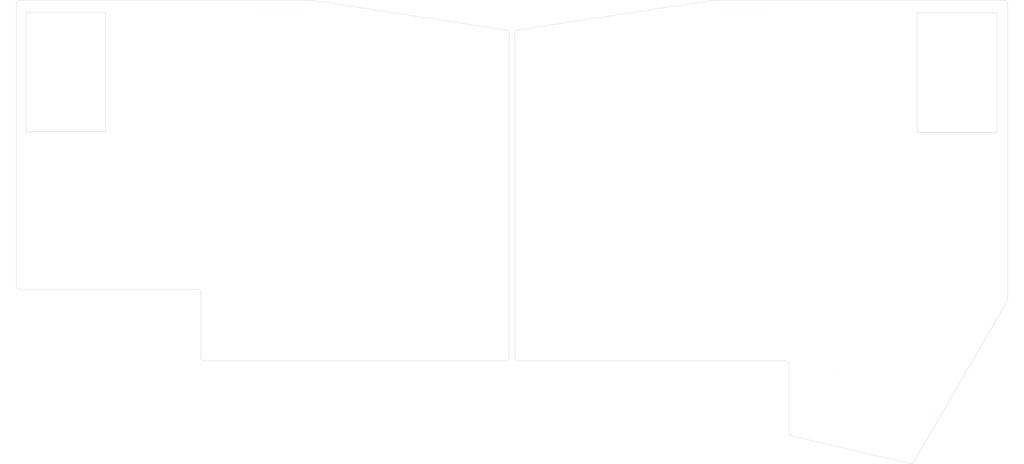
<source format=kicad_pcb>
(kicad_pcb (version 20171130) (host pcbnew "(5.1.6)-1")

  (general
    (thickness 1.6)
    (drawings 38)
    (tracks 0)
    (zones 0)
    (modules 78)
    (nets 1)
  )

  (page A3)
  (layers
    (0 F.Cu signal)
    (31 B.Cu signal)
    (32 B.Adhes user)
    (33 F.Adhes user)
    (34 B.Paste user)
    (35 F.Paste user)
    (36 B.SilkS user)
    (37 F.SilkS user)
    (38 B.Mask user)
    (39 F.Mask user)
    (40 Dwgs.User user)
    (41 Cmts.User user)
    (42 Eco1.User user)
    (43 Eco2.User user)
    (44 Edge.Cuts user)
    (45 Margin user)
    (46 B.CrtYd user)
    (47 F.CrtYd user)
    (48 B.Fab user)
    (49 F.Fab user)
  )

  (setup
    (last_trace_width 0.25)
    (user_trace_width 1)
    (user_trace_width 1.7526)
    (trace_clearance 0.2)
    (zone_clearance 0.508)
    (zone_45_only no)
    (trace_min 0.2)
    (via_size 0.7)
    (via_drill 0.35)
    (via_min_size 0.4)
    (via_min_drill 0.3)
    (uvia_size 0.3)
    (uvia_drill 0.1)
    (uvias_allowed no)
    (uvia_min_size 0.2)
    (uvia_min_drill 0.1)
    (edge_width 0.1)
    (segment_width 0.2)
    (pcb_text_width 0.3)
    (pcb_text_size 1.5 1.5)
    (mod_edge_width 0.12)
    (mod_text_size 1 1)
    (mod_text_width 0.15)
    (pad_size 2.4 2.4)
    (pad_drill 1.5)
    (pad_to_mask_clearance 0.051)
    (solder_mask_min_width 0.25)
    (aux_axis_origin 0 0)
    (grid_origin 214.3125 60.325)
    (visible_elements 7FFFFFFF)
    (pcbplotparams
      (layerselection 0x3ffff_ffffffff)
      (usegerberextensions false)
      (usegerberattributes false)
      (usegerberadvancedattributes false)
      (creategerberjobfile false)
      (excludeedgelayer true)
      (linewidth 0.100000)
      (plotframeref false)
      (viasonmask false)
      (mode 1)
      (useauxorigin false)
      (hpglpennumber 1)
      (hpglpenspeed 20)
      (hpglpendiameter 15.000000)
      (psnegative false)
      (psa4output false)
      (plotreference true)
      (plotvalue true)
      (plotinvisibletext false)
      (padsonsilk false)
      (subtractmaskfromsilk false)
      (outputformat 3)
      (mirror false)
      (drillshape 0)
      (scaleselection 1)
      (outputdirectory "GaliaV1.0-DXF/"))
  )

  (net 0 "")

  (net_class Default "This is the default net class."
    (clearance 0.2)
    (trace_width 0.25)
    (via_dia 0.7)
    (via_drill 0.35)
    (uvia_dia 0.3)
    (uvia_drill 0.1)
  )

  (net_class Battery ""
    (clearance 0.2)
    (trace_width 1)
    (via_dia 0.7)
    (via_drill 0.35)
    (uvia_dia 0.3)
    (uvia_drill 0.1)
  )

  (net_class Power ""
    (clearance 0.2)
    (trace_width 0.5)
    (via_dia 0.7)
    (via_drill 0.35)
    (uvia_dia 0.3)
    (uvia_drill 0.1)
  )

  (module MountingHole:MountingHole_2.2mm_M2 (layer F.Cu) (tedit 56D1B4CB) (tstamp 5F7A888D)
    (at 315.5325 72.487549)
    (descr "Mounting Hole 2.2mm, no annular, M2")
    (tags "mounting hole 2.2mm no annular m2")
    (attr virtual)
    (fp_text reference REF** (at 0 -3.2) (layer F.SilkS) hide
      (effects (font (size 1 1) (thickness 0.15)))
    )
    (fp_text value MountingHole_2.2mm_M2 (at 0 3.2) (layer F.Fab)
      (effects (font (size 1 1) (thickness 0.15)))
    )
    (fp_circle (center 0 0) (end 2.2 0) (layer Cmts.User) (width 0.15))
    (fp_circle (center 0 0) (end 2.45 0) (layer F.CrtYd) (width 0.05))
    (fp_text user %R (at 0.3 0) (layer F.Fab)
      (effects (font (size 1 1) (thickness 0.15)))
    )
    (pad 1 np_thru_hole circle (at 0 0) (size 2.2 2.2) (drill 2.2) (layers *.Cu *.Mask))
  )

  (module MountingHole:MountingHole_2.2mm_M2 (layer F.Cu) (tedit 56D1B4CB) (tstamp 5F7A8886)
    (at 331.5375 72.487549)
    (descr "Mounting Hole 2.2mm, no annular, M2")
    (tags "mounting hole 2.2mm no annular m2")
    (attr virtual)
    (fp_text reference REF** (at 0 -3.2) (layer F.SilkS) hide
      (effects (font (size 1 1) (thickness 0.15)))
    )
    (fp_text value MountingHole_2.2mm_M2 (at 0 3.2) (layer F.Fab)
      (effects (font (size 1 1) (thickness 0.15)))
    )
    (fp_circle (center 0 0) (end 2.2 0) (layer Cmts.User) (width 0.15))
    (fp_circle (center 0 0) (end 2.45 0) (layer F.CrtYd) (width 0.05))
    (fp_text user %R (at 0.3 0) (layer F.Fab)
      (effects (font (size 1 1) (thickness 0.15)))
    )
    (pad 1 np_thru_hole circle (at 0 0) (size 2.2 2.2) (drill 2.2) (layers *.Cu *.Mask))
  )

  (module MountingHole:MountingHole_2.2mm_M2 (layer F.Cu) (tedit 56D1B4CB) (tstamp 5F7A5B07)
    (at 331.5375 72.487549)
    (descr "Mounting Hole 2.2mm, no annular, M2")
    (tags "mounting hole 2.2mm no annular m2")
    (attr virtual)
    (fp_text reference REF** (at 0 -3.2) (layer F.SilkS) hide
      (effects (font (size 1 1) (thickness 0.15)))
    )
    (fp_text value MountingHole_2.2mm_M2 (at 0 3.2) (layer F.Fab)
      (effects (font (size 1 1) (thickness 0.15)))
    )
    (fp_circle (center 0 0) (end 2.2 0) (layer Cmts.User) (width 0.15))
    (fp_circle (center 0 0) (end 2.45 0) (layer F.CrtYd) (width 0.05))
    (fp_text user %R (at 0.3 0) (layer F.Fab)
      (effects (font (size 1 1) (thickness 0.15)))
    )
    (pad 1 np_thru_hole circle (at 0 0) (size 2.2 2.2) (drill 2.2) (layers *.Cu *.Mask))
  )

  (module MountingHole:MountingHole_2.2mm_M2 (layer F.Cu) (tedit 56D1B4CB) (tstamp 5F7A5B07)
    (at 315.5325 72.487549)
    (descr "Mounting Hole 2.2mm, no annular, M2")
    (tags "mounting hole 2.2mm no annular m2")
    (attr virtual)
    (fp_text reference REF** (at 0 -3.2) (layer F.SilkS) hide
      (effects (font (size 1 1) (thickness 0.15)))
    )
    (fp_text value MountingHole_2.2mm_M2 (at 0 3.2) (layer F.Fab)
      (effects (font (size 1 1) (thickness 0.15)))
    )
    (fp_circle (center 0 0) (end 2.2 0) (layer Cmts.User) (width 0.15))
    (fp_circle (center 0 0) (end 2.45 0) (layer F.CrtYd) (width 0.05))
    (fp_text user %R (at 0.3 0) (layer F.Fab)
      (effects (font (size 1 1) (thickness 0.15)))
    )
    (pad 1 np_thru_hole circle (at 0 0) (size 2.2 2.2) (drill 2.2) (layers *.Cu *.Mask))
  )

  (module MountingHole:MountingHole_2.2mm_M2 (layer F.Cu) (tedit 56D1B4CB) (tstamp 5F79E9EA)
    (at 56.356248 103.1875 180)
    (descr "Mounting Hole 2.2mm, no annular, M2")
    (tags "mounting hole 2.2mm no annular m2")
    (attr virtual)
    (fp_text reference REF** (at 0 -3.2) (layer F.SilkS) hide
      (effects (font (size 1 1) (thickness 0.15)))
    )
    (fp_text value MountingHole_2.2mm_M2 (at 0 3.2) (layer F.Fab)
      (effects (font (size 1 1) (thickness 0.15)))
    )
    (fp_text user %R (at 0.3 0) (layer F.Fab)
      (effects (font (size 1 1) (thickness 0.15)))
    )
    (fp_circle (center 0 0) (end 2.2 0) (layer Cmts.User) (width 0.15))
    (fp_circle (center 0 0) (end 2.45 0) (layer F.CrtYd) (width 0.05))
    (pad 1 np_thru_hole circle (at 0 0 180) (size 2.2 2.2) (drill 2.2) (layers *.Cu *.Mask))
  )

  (module MountingHole:MountingHole_2.2mm_M2 (layer F.Cu) (tedit 56D1B4CB) (tstamp 5F79E978)
    (at 117.475 112.7125)
    (descr "Mounting Hole 2.2mm, no annular, M2")
    (tags "mounting hole 2.2mm no annular m2")
    (attr virtual)
    (fp_text reference REF** (at 0 -3.2) (layer F.SilkS) hide
      (effects (font (size 1 1) (thickness 0.15)))
    )
    (fp_text value MountingHole_2.2mm_M2 (at 0 3.2) (layer F.Fab)
      (effects (font (size 1 1) (thickness 0.15)))
    )
    (fp_text user %R (at 0.3 0) (layer F.Fab)
      (effects (font (size 1 1) (thickness 0.15)))
    )
    (fp_circle (center 0 0) (end 2.2 0) (layer Cmts.User) (width 0.15))
    (fp_circle (center 0 0) (end 2.45 0) (layer F.CrtYd) (width 0.05))
    (pad 1 np_thru_hole circle (at 0 0) (size 2.2 2.2) (drill 2.2) (layers *.Cu *.Mask))
  )

  (module MountingHole:MountingHole_2.2mm_M2 (layer F.Cu) (tedit 56D1B4CB) (tstamp 5F79E978)
    (at 98.425 57.15)
    (descr "Mounting Hole 2.2mm, no annular, M2")
    (tags "mounting hole 2.2mm no annular m2")
    (attr virtual)
    (fp_text reference REF** (at 0 -3.2) (layer F.SilkS) hide
      (effects (font (size 1 1) (thickness 0.15)))
    )
    (fp_text value MountingHole_2.2mm_M2 (at 0 3.2) (layer F.Fab)
      (effects (font (size 1 1) (thickness 0.15)))
    )
    (fp_text user %R (at 0.3 0) (layer F.Fab)
      (effects (font (size 1 1) (thickness 0.15)))
    )
    (fp_circle (center 0 0) (end 2.2 0) (layer Cmts.User) (width 0.15))
    (fp_circle (center 0 0) (end 2.45 0) (layer F.CrtYd) (width 0.05))
    (pad 1 np_thru_hole circle (at 0 0) (size 2.2 2.2) (drill 2.2) (layers *.Cu *.Mask))
  )

  (module MountingHole:MountingHole_2.2mm_M2 (layer F.Cu) (tedit 56D1B4CB) (tstamp 5F79E978)
    (at 174.625 117.475)
    (descr "Mounting Hole 2.2mm, no annular, M2")
    (tags "mounting hole 2.2mm no annular m2")
    (attr virtual)
    (fp_text reference REF** (at 0 -3.2) (layer F.SilkS) hide
      (effects (font (size 1 1) (thickness 0.15)))
    )
    (fp_text value MountingHole_2.2mm_M2 (at 0 3.2) (layer F.Fab)
      (effects (font (size 1 1) (thickness 0.15)))
    )
    (fp_text user %R (at 0.3 0) (layer F.Fab)
      (effects (font (size 1 1) (thickness 0.15)))
    )
    (fp_circle (center 0 0) (end 2.2 0) (layer Cmts.User) (width 0.15))
    (fp_circle (center 0 0) (end 2.45 0) (layer F.CrtYd) (width 0.05))
    (pad 1 np_thru_hole circle (at 0 0) (size 2.2 2.2) (drill 2.2) (layers *.Cu *.Mask))
  )

  (module MountingHole:MountingHole_2.2mm_M2 (layer F.Cu) (tedit 56D1B4CB) (tstamp 5F79E978)
    (at 174.625 60.325)
    (descr "Mounting Hole 2.2mm, no annular, M2")
    (tags "mounting hole 2.2mm no annular m2")
    (attr virtual)
    (fp_text reference REF** (at 0 -3.2) (layer F.SilkS) hide
      (effects (font (size 1 1) (thickness 0.15)))
    )
    (fp_text value MountingHole_2.2mm_M2 (at 0 3.2) (layer F.Fab)
      (effects (font (size 1 1) (thickness 0.15)))
    )
    (fp_text user %R (at 0.3 0) (layer F.Fab)
      (effects (font (size 1 1) (thickness 0.15)))
    )
    (fp_circle (center 0 0) (end 2.2 0) (layer Cmts.User) (width 0.15))
    (fp_circle (center 0 0) (end 2.45 0) (layer F.CrtYd) (width 0.05))
    (pad 1 np_thru_hole circle (at 0 0) (size 2.2 2.2) (drill 2.2) (layers *.Cu *.Mask))
  )

  (module MountingHole:MountingHole_2.2mm_M2 (layer F.Cu) (tedit 56D1B4CB) (tstamp 5F883686)
    (at 57.081297 72.328799)
    (descr "Mounting Hole 2.2mm, no annular, M2")
    (tags "mounting hole 2.2mm no annular m2")
    (attr virtual)
    (fp_text reference REF** (at 0 -3.2) (layer F.SilkS) hide
      (effects (font (size 1 1) (thickness 0.15)))
    )
    (fp_text value MountingHole_2.2mm_M2 (at 0 3.2) (layer F.Fab)
      (effects (font (size 1 1) (thickness 0.15)))
    )
    (fp_text user %R (at 0.3 0) (layer F.Fab)
      (effects (font (size 1 1) (thickness 0.15)))
    )
    (fp_circle (center 0 0) (end 2.2 0) (layer Cmts.User) (width 0.15))
    (fp_circle (center 0 0) (end 2.45 0) (layer F.CrtYd) (width 0.05))
    (pad 1 np_thru_hole circle (at 0 0) (size 2.2 2.2) (drill 2.2) (layers *.Cu *.Mask))
  )

  (module MountingHole:MountingHole_2.2mm_M2 (layer F.Cu) (tedit 56D1B4CB) (tstamp 5F88367F)
    (at 73.081297 72.328799)
    (descr "Mounting Hole 2.2mm, no annular, M2")
    (tags "mounting hole 2.2mm no annular m2")
    (attr virtual)
    (fp_text reference REF** (at 0 -3.2) (layer F.SilkS) hide
      (effects (font (size 1 1) (thickness 0.15)))
    )
    (fp_text value MountingHole_2.2mm_M2 (at 0 3.2) (layer F.Fab)
      (effects (font (size 1 1) (thickness 0.15)))
    )
    (fp_text user %R (at 0.3 0) (layer F.Fab)
      (effects (font (size 1 1) (thickness 0.15)))
    )
    (fp_circle (center 0 0) (end 2.2 0) (layer Cmts.User) (width 0.15))
    (fp_circle (center 0 0) (end 2.45 0) (layer F.CrtYd) (width 0.05))
    (pad 1 np_thru_hole circle (at 0 0) (size 2.2 2.2) (drill 2.2) (layers *.Cu *.Mask))
  )

  (module MountingHole:MountingHole_2.2mm_M2 (layer F.Cu) (tedit 56D1B4CB) (tstamp 5F79E978)
    (at 332.58125 103.1875)
    (descr "Mounting Hole 2.2mm, no annular, M2")
    (tags "mounting hole 2.2mm no annular m2")
    (attr virtual)
    (fp_text reference REF** (at 0 -3.2) (layer F.SilkS) hide
      (effects (font (size 1 1) (thickness 0.15)))
    )
    (fp_text value MountingHole_2.2mm_M2 (at 0 3.2) (layer F.Fab)
      (effects (font (size 1 1) (thickness 0.15)))
    )
    (fp_text user %R (at 0.3 0) (layer F.Fab)
      (effects (font (size 1 1) (thickness 0.15)))
    )
    (fp_circle (center 0 0) (end 2.2 0) (layer Cmts.User) (width 0.15))
    (fp_circle (center 0 0) (end 2.45 0) (layer F.CrtYd) (width 0.05))
    (pad 1 np_thru_hole circle (at 0 0) (size 2.2 2.2) (drill 2.2) (layers *.Cu *.Mask))
  )

  (module MountingHole:MountingHole_2.2mm_M2 (layer F.Cu) (tedit 56D1B4CB) (tstamp 5F79E978)
    (at 302.41875 140.49375)
    (descr "Mounting Hole 2.2mm, no annular, M2")
    (tags "mounting hole 2.2mm no annular m2")
    (attr virtual)
    (fp_text reference REF** (at 0 -3.2) (layer F.SilkS) hide
      (effects (font (size 1 1) (thickness 0.15)))
    )
    (fp_text value MountingHole_2.2mm_M2 (at 0 3.2) (layer F.Fab)
      (effects (font (size 1 1) (thickness 0.15)))
    )
    (fp_text user %R (at 0.3 0) (layer F.Fab)
      (effects (font (size 1 1) (thickness 0.15)))
    )
    (fp_circle (center 0 0) (end 2.2 0) (layer Cmts.User) (width 0.15))
    (fp_circle (center 0 0) (end 2.45 0) (layer F.CrtYd) (width 0.05))
    (pad 1 np_thru_hole circle (at 0 0) (size 2.2 2.2) (drill 2.2) (layers *.Cu *.Mask))
  )

  (module MountingHole:MountingHole_2.2mm_M2 (layer F.Cu) (tedit 56D1B4CB) (tstamp 5F79E978)
    (at 271.4625 112.7125)
    (descr "Mounting Hole 2.2mm, no annular, M2")
    (tags "mounting hole 2.2mm no annular m2")
    (attr virtual)
    (fp_text reference REF** (at 0 -3.2) (layer F.SilkS) hide
      (effects (font (size 1 1) (thickness 0.15)))
    )
    (fp_text value MountingHole_2.2mm_M2 (at 0 3.2) (layer F.Fab)
      (effects (font (size 1 1) (thickness 0.15)))
    )
    (fp_text user %R (at 0.3 0) (layer F.Fab)
      (effects (font (size 1 1) (thickness 0.15)))
    )
    (fp_circle (center 0 0) (end 2.2 0) (layer Cmts.User) (width 0.15))
    (fp_circle (center 0 0) (end 2.45 0) (layer F.CrtYd) (width 0.05))
    (pad 1 np_thru_hole circle (at 0 0) (size 2.2 2.2) (drill 2.2) (layers *.Cu *.Mask))
  )

  (module MountingHole:MountingHole_2.2mm_M2 (layer F.Cu) (tedit 56D1B4CB) (tstamp 5F79E978)
    (at 290.5125 57.15)
    (descr "Mounting Hole 2.2mm, no annular, M2")
    (tags "mounting hole 2.2mm no annular m2")
    (attr virtual)
    (fp_text reference REF** (at 0 -3.2) (layer F.SilkS) hide
      (effects (font (size 1 1) (thickness 0.15)))
    )
    (fp_text value MountingHole_2.2mm_M2 (at 0 3.2) (layer F.Fab)
      (effects (font (size 1 1) (thickness 0.15)))
    )
    (fp_text user %R (at 0.3 0) (layer F.Fab)
      (effects (font (size 1 1) (thickness 0.15)))
    )
    (fp_circle (center 0 0) (end 2.2 0) (layer Cmts.User) (width 0.15))
    (fp_circle (center 0 0) (end 2.45 0) (layer F.CrtYd) (width 0.05))
    (pad 1 np_thru_hole circle (at 0 0) (size 2.2 2.2) (drill 2.2) (layers *.Cu *.Mask))
  )

  (module MountingHole:MountingHole_2.2mm_M2 (layer F.Cu) (tedit 56D1B4CB) (tstamp 5F79E978)
    (at 214.3125 117.475)
    (descr "Mounting Hole 2.2mm, no annular, M2")
    (tags "mounting hole 2.2mm no annular m2")
    (attr virtual)
    (fp_text reference REF** (at 0 -3.2) (layer F.SilkS) hide
      (effects (font (size 1 1) (thickness 0.15)))
    )
    (fp_text value MountingHole_2.2mm_M2 (at 0 3.2) (layer F.Fab)
      (effects (font (size 1 1) (thickness 0.15)))
    )
    (fp_text user %R (at 0.3 0) (layer F.Fab)
      (effects (font (size 1 1) (thickness 0.15)))
    )
    (fp_circle (center 0 0) (end 2.2 0) (layer Cmts.User) (width 0.15))
    (fp_circle (center 0 0) (end 2.45 0) (layer F.CrtYd) (width 0.05))
    (pad 1 np_thru_hole circle (at 0 0) (size 2.2 2.2) (drill 2.2) (layers *.Cu *.Mask))
  )

  (module MountingHole:MountingHole_2.2mm_M2 (layer F.Cu) (tedit 56D1B4CB) (tstamp 5F79E978)
    (at 214.3125 60.325)
    (descr "Mounting Hole 2.2mm, no annular, M2")
    (tags "mounting hole 2.2mm no annular m2")
    (attr virtual)
    (fp_text reference REF** (at 0 -3.2) (layer F.SilkS) hide
      (effects (font (size 1 1) (thickness 0.15)))
    )
    (fp_text value MountingHole_2.2mm_M2 (at 0 3.2) (layer F.Fab)
      (effects (font (size 1 1) (thickness 0.15)))
    )
    (fp_text user %R (at 0.3 0) (layer F.Fab)
      (effects (font (size 1 1) (thickness 0.15)))
    )
    (fp_circle (center 0 0) (end 2.2 0) (layer Cmts.User) (width 0.15))
    (fp_circle (center 0 0) (end 2.45 0) (layer F.CrtYd) (width 0.05))
    (pad 1 np_thru_hole circle (at 0 0) (size 2.2 2.2) (drill 2.2) (layers *.Cu *.Mask))
  )

  (module Galia:MX_Cutout_Tight (layer F.Cu) (tedit 5DD3FFCB) (tstamp 5F7C5D8A)
    (at 184.15 127)
    (path /5FA32532)
    (fp_text reference SW63 (at 7.1 8.2) (layer F.SilkS) hide
      (effects (font (size 1 1) (thickness 0.15)))
    )
    (fp_text value MX (at -4.8 8.3) (layer F.Fab) hide
      (effects (font (size 1 1) (thickness 0.15)))
    )
    (fp_line (start -7 7) (end -7 -7) (layer Edge.Cuts) (width 0.01))
    (fp_line (start -7 -7) (end 7 -7) (layer Edge.Cuts) (width 0.01))
    (fp_line (start 7 -7) (end 7 7) (layer Edge.Cuts) (width 0.01))
    (fp_line (start -7 7) (end 7 7) (layer Edge.Cuts) (width 0.01))
  )

  (module Galia:MX_Cutout_Tight (layer F.Cu) (tedit 5DD3FFCB) (tstamp 5F768DE3)
    (at 165.1 127)
    (path /5F63E359)
    (fp_text reference SW58 (at 7.1 8.2) (layer F.SilkS) hide
      (effects (font (size 1 1) (thickness 0.15)))
    )
    (fp_text value MX (at -4.8 8.3) (layer F.Fab) hide
      (effects (font (size 1 1) (thickness 0.15)))
    )
    (fp_line (start -7 7) (end -7 -7) (layer Edge.Cuts) (width 0.01))
    (fp_line (start -7 -7) (end 7 -7) (layer Edge.Cuts) (width 0.01))
    (fp_line (start 7 -7) (end 7 7) (layer Edge.Cuts) (width 0.01))
    (fp_line (start -7 7) (end 7 7) (layer Edge.Cuts) (width 0.01))
  )

  (module Galia:MX_Cutout_Tight (layer F.Cu) (tedit 5DD3FFCB) (tstamp 5F7695CC)
    (at 184.15 50.8)
    (path /5F63E2B0)
    (fp_text reference SW59 (at 7.1 8.2) (layer F.SilkS) hide
      (effects (font (size 1 1) (thickness 0.15)))
    )
    (fp_text value MX (at -4.8 8.3) (layer F.Fab) hide
      (effects (font (size 1 1) (thickness 0.15)))
    )
    (fp_line (start -7 7) (end -7 -7) (layer Edge.Cuts) (width 0.01))
    (fp_line (start -7 -7) (end 7 -7) (layer Edge.Cuts) (width 0.01))
    (fp_line (start 7 -7) (end 7 7) (layer Edge.Cuts) (width 0.01))
    (fp_line (start -7 7) (end 7 7) (layer Edge.Cuts) (width 0.01))
  )

  (module Galia:MX_Cutout_Tight (layer F.Cu) (tedit 5DD3FFCB) (tstamp 5F768EF1)
    (at 165.1 88.9)
    (path /5F63E33F)
    (fp_text reference SW56 (at 7.1 8.2) (layer F.SilkS) hide
      (effects (font (size 1 1) (thickness 0.15)))
    )
    (fp_text value MX (at -4.8 8.3) (layer F.Fab) hide
      (effects (font (size 1 1) (thickness 0.15)))
    )
    (fp_line (start -7 7) (end -7 -7) (layer Edge.Cuts) (width 0.01))
    (fp_line (start -7 -7) (end 7 -7) (layer Edge.Cuts) (width 0.01))
    (fp_line (start 7 -7) (end 7 7) (layer Edge.Cuts) (width 0.01))
    (fp_line (start -7 7) (end 7 7) (layer Edge.Cuts) (width 0.01))
  )

  (module Galia:MX_Cutout_Tight (layer F.Cu) (tedit 5DD3FFCB) (tstamp 5F768E6A)
    (at 165.1 107.95)
    (path /5F63E34C)
    (fp_text reference SW57 (at 7.1 8.2) (layer F.SilkS) hide
      (effects (font (size 1 1) (thickness 0.15)))
    )
    (fp_text value MX (at -4.8 8.3) (layer F.Fab) hide
      (effects (font (size 1 1) (thickness 0.15)))
    )
    (fp_line (start -7 7) (end -7 -7) (layer Edge.Cuts) (width 0.01))
    (fp_line (start -7 -7) (end 7 -7) (layer Edge.Cuts) (width 0.01))
    (fp_line (start 7 -7) (end 7 7) (layer Edge.Cuts) (width 0.01))
    (fp_line (start -7 7) (end 7 7) (layer Edge.Cuts) (width 0.01))
  )

  (module Galia:MX_Cutout_Tight (layer F.Cu) (tedit 5DD3FFCB) (tstamp 5F768BC7)
    (at 184.15 107.95)
    (path /5F63E301)
    (fp_text reference SW62 (at 7.1 8.2) (layer F.SilkS) hide
      (effects (font (size 1 1) (thickness 0.15)))
    )
    (fp_text value MX (at -4.8 8.3) (layer F.Fab) hide
      (effects (font (size 1 1) (thickness 0.15)))
    )
    (fp_line (start -7 7) (end -7 -7) (layer Edge.Cuts) (width 0.01))
    (fp_line (start -7 -7) (end 7 -7) (layer Edge.Cuts) (width 0.01))
    (fp_line (start 7 -7) (end 7 7) (layer Edge.Cuts) (width 0.01))
    (fp_line (start -7 7) (end 7 7) (layer Edge.Cuts) (width 0.01))
  )

  (module Galia:MX_Cutout_Tight (layer F.Cu) (tedit 5DD3FFCB) (tstamp 5F768D5C)
    (at 184.15 88.9)
    (path /5F63E2F4)
    (fp_text reference SW61 (at 7.1 8.2) (layer F.SilkS) hide
      (effects (font (size 1 1) (thickness 0.15)))
    )
    (fp_text value MX (at -4.8 8.3) (layer F.Fab) hide
      (effects (font (size 1 1) (thickness 0.15)))
    )
    (fp_line (start -7 7) (end -7 -7) (layer Edge.Cuts) (width 0.01))
    (fp_line (start -7 -7) (end 7 -7) (layer Edge.Cuts) (width 0.01))
    (fp_line (start 7 -7) (end 7 7) (layer Edge.Cuts) (width 0.01))
    (fp_line (start -7 7) (end 7 7) (layer Edge.Cuts) (width 0.01))
  )

  (module Galia:MX_Cutout_Tight (layer F.Cu) (tedit 5DD3FFCB) (tstamp 5F768F78)
    (at 165.1 69.85)
    (path /5F63E332)
    (fp_text reference SW55 (at 7.1 8.2) (layer F.SilkS) hide
      (effects (font (size 1 1) (thickness 0.15)))
    )
    (fp_text value MX (at -4.8 8.3) (layer F.Fab) hide
      (effects (font (size 1 1) (thickness 0.15)))
    )
    (fp_line (start -7 7) (end -7 -7) (layer Edge.Cuts) (width 0.01))
    (fp_line (start -7 -7) (end 7 -7) (layer Edge.Cuts) (width 0.01))
    (fp_line (start 7 -7) (end 7 7) (layer Edge.Cuts) (width 0.01))
    (fp_line (start -7 7) (end 7 7) (layer Edge.Cuts) (width 0.01))
  )

  (module Galia:MX_Cutout_Tight (layer F.Cu) (tedit 5DD3FFCB) (tstamp 5F769545)
    (at 184.15 69.85)
    (path /5F63E2E7)
    (fp_text reference SW60 (at 7.1 8.2) (layer F.SilkS) hide
      (effects (font (size 1 1) (thickness 0.15)))
    )
    (fp_text value MX (at -4.8 8.3) (layer F.Fab) hide
      (effects (font (size 1 1) (thickness 0.15)))
    )
    (fp_line (start -7 7) (end -7 -7) (layer Edge.Cuts) (width 0.01))
    (fp_line (start -7 -7) (end 7 -7) (layer Edge.Cuts) (width 0.01))
    (fp_line (start 7 -7) (end 7 7) (layer Edge.Cuts) (width 0.01))
    (fp_line (start -7 7) (end 7 7) (layer Edge.Cuts) (width 0.01))
  )

  (module Galia:MX_Cutout_Tight (layer F.Cu) (tedit 5DD3FFCB) (tstamp 5F768FFF)
    (at 165.1 50.8)
    (path /5F63E324)
    (fp_text reference SW54 (at 7.1 8.2) (layer F.SilkS) hide
      (effects (font (size 1 1) (thickness 0.15)))
    )
    (fp_text value MX (at -4.8 8.3) (layer F.Fab) hide
      (effects (font (size 1 1) (thickness 0.15)))
    )
    (fp_line (start -7 7) (end -7 -7) (layer Edge.Cuts) (width 0.01))
    (fp_line (start -7 -7) (end 7 -7) (layer Edge.Cuts) (width 0.01))
    (fp_line (start 7 -7) (end 7 7) (layer Edge.Cuts) (width 0.01))
    (fp_line (start -7 7) (end 7 7) (layer Edge.Cuts) (width 0.01))
  )

  (module Galia:MX_Cutout_Tight (layer F.Cu) (tedit 5DD3FFCB) (tstamp 5F769086)
    (at 146.05 122.2375)
    (path /5F63E3B1)
    (fp_text reference SW53 (at 7.1 8.2) (layer F.SilkS) hide
      (effects (font (size 1 1) (thickness 0.15)))
    )
    (fp_text value MX (at -4.8 8.3) (layer F.Fab) hide
      (effects (font (size 1 1) (thickness 0.15)))
    )
    (fp_line (start -7 7) (end -7 -7) (layer Edge.Cuts) (width 0.01))
    (fp_line (start -7 -7) (end 7 -7) (layer Edge.Cuts) (width 0.01))
    (fp_line (start 7 -7) (end 7 7) (layer Edge.Cuts) (width 0.01))
    (fp_line (start -7 7) (end 7 7) (layer Edge.Cuts) (width 0.01))
  )

  (module Galia:MX_Cutout_Tight (layer F.Cu) (tedit 5DD3FFCB) (tstamp 5F7689AB)
    (at 88.9 87.3125)
    (path /5F63E479)
    (fp_text reference SW38 (at 7.1 8.2) (layer F.SilkS) hide
      (effects (font (size 1 1) (thickness 0.15)))
    )
    (fp_text value MX (at -4.8 8.3) (layer F.Fab) hide
      (effects (font (size 1 1) (thickness 0.15)))
    )
    (fp_line (start -7 7) (end -7 -7) (layer Edge.Cuts) (width 0.01))
    (fp_line (start -7 -7) (end 7 -7) (layer Edge.Cuts) (width 0.01))
    (fp_line (start 7 -7) (end 7 7) (layer Edge.Cuts) (width 0.01))
    (fp_line (start -7 7) (end 7 7) (layer Edge.Cuts) (width 0.01))
  )

  (module Galia:MX_Cutout_Tight (layer F.Cu) (tedit 5DD3FFCB) (tstamp 5F76889D)
    (at 88.9 49.2125)
    (path /5F63E45E)
    (fp_text reference SW36 (at 7.1 8.2) (layer F.SilkS) hide
      (effects (font (size 1 1) (thickness 0.15)))
    )
    (fp_text value MX (at -4.8 8.3) (layer F.Fab) hide
      (effects (font (size 1 1) (thickness 0.15)))
    )
    (fp_line (start -7 7) (end -7 -7) (layer Edge.Cuts) (width 0.01))
    (fp_line (start -7 -7) (end 7 -7) (layer Edge.Cuts) (width 0.01))
    (fp_line (start 7 -7) (end 7 7) (layer Edge.Cuts) (width 0.01))
    (fp_line (start -7 7) (end 7 7) (layer Edge.Cuts) (width 0.01))
  )

  (module Galia:MX_Cutout_Tight (layer F.Cu) (tedit 5DD3FFCB) (tstamp 5F768A32)
    (at 88.9 68.2625)
    (path /5F63E46C)
    (fp_text reference SW37 (at 7.1 8.2) (layer F.SilkS) hide
      (effects (font (size 1 1) (thickness 0.15)))
    )
    (fp_text value MX (at -4.8 8.3) (layer F.Fab) hide
      (effects (font (size 1 1) (thickness 0.15)))
    )
    (fp_line (start -7 7) (end -7 -7) (layer Edge.Cuts) (width 0.01))
    (fp_line (start -7 -7) (end 7 -7) (layer Edge.Cuts) (width 0.01))
    (fp_line (start 7 -7) (end 7 7) (layer Edge.Cuts) (width 0.01))
    (fp_line (start -7 7) (end 7 7) (layer Edge.Cuts) (width 0.01))
  )

  (module Galia:MX_Cutout_Tight (layer F.Cu) (tedit 5DD3FFCB) (tstamp 5F76921B)
    (at 127 99.21875)
    (path /5F63E3F8)
    (fp_text reference SW47 (at 7.1 8.2) (layer F.SilkS) hide
      (effects (font (size 1 1) (thickness 0.15)))
    )
    (fp_text value MX (at -4.8 8.3) (layer F.Fab) hide
      (effects (font (size 1 1) (thickness 0.15)))
    )
    (fp_line (start -7 7) (end -7 -7) (layer Edge.Cuts) (width 0.01))
    (fp_line (start -7 -7) (end 7 -7) (layer Edge.Cuts) (width 0.01))
    (fp_line (start 7 -7) (end 7 7) (layer Edge.Cuts) (width 0.01))
    (fp_line (start -7 7) (end 7 7) (layer Edge.Cuts) (width 0.01))
  )

  (module Galia:MX_Cutout_Tight (layer F.Cu) (tedit 5DD3FFCB) (tstamp 5F7692A2)
    (at 127 61.11875)
    (path /5F63E3DE)
    (fp_text reference SW45 (at 7.1 8.2) (layer F.SilkS) hide
      (effects (font (size 1 1) (thickness 0.15)))
    )
    (fp_text value MX (at -4.8 8.3) (layer F.Fab) hide
      (effects (font (size 1 1) (thickness 0.15)))
    )
    (fp_line (start -7 7) (end -7 -7) (layer Edge.Cuts) (width 0.01))
    (fp_line (start -7 -7) (end 7 -7) (layer Edge.Cuts) (width 0.01))
    (fp_line (start 7 -7) (end 7 7) (layer Edge.Cuts) (width 0.01))
    (fp_line (start -7 7) (end 7 7) (layer Edge.Cuts) (width 0.01))
  )

  (module Galia:MX_Cutout_Tight (layer F.Cu) (tedit 5DD3FFCB) (tstamp 5F769437)
    (at 107.95 103.1875)
    (path /5F63E437)
    (fp_text reference SW43 (at 7.1 8.2) (layer F.SilkS) hide
      (effects (font (size 1 1) (thickness 0.15)))
    )
    (fp_text value MX (at -4.8 8.3) (layer F.Fab) hide
      (effects (font (size 1 1) (thickness 0.15)))
    )
    (fp_line (start -7 7) (end -7 -7) (layer Edge.Cuts) (width 0.01))
    (fp_line (start -7 -7) (end 7 -7) (layer Edge.Cuts) (width 0.01))
    (fp_line (start 7 -7) (end 7 7) (layer Edge.Cuts) (width 0.01))
    (fp_line (start -7 7) (end 7 7) (layer Edge.Cuts) (width 0.01))
  )

  (module Galia:MX_Cutout_Tight (layer F.Cu) (tedit 5DD3FFCB) (tstamp 5F769329)
    (at 146.05 65.0875)
    (path /5F63E38A)
    (fp_text reference SW50 (at 7.1 8.2) (layer F.SilkS) hide
      (effects (font (size 1 1) (thickness 0.15)))
    )
    (fp_text value MX (at -4.8 8.3) (layer F.Fab) hide
      (effects (font (size 1 1) (thickness 0.15)))
    )
    (fp_line (start -7 7) (end -7 -7) (layer Edge.Cuts) (width 0.01))
    (fp_line (start -7 -7) (end 7 -7) (layer Edge.Cuts) (width 0.01))
    (fp_line (start 7 -7) (end 7 7) (layer Edge.Cuts) (width 0.01))
    (fp_line (start -7 7) (end 7 7) (layer Edge.Cuts) (width 0.01))
  )

  (module Galia:MX_Cutout_Tight (layer F.Cu) (tedit 5DD3FFCB) (tstamp 5F768B40)
    (at 146.05 46.0375)
    (path /5F63E37C)
    (fp_text reference SW49 (at 7.1 8.2) (layer F.SilkS) hide
      (effects (font (size 1 1) (thickness 0.15)))
    )
    (fp_text value MX (at -4.8 8.3) (layer F.Fab) hide
      (effects (font (size 1 1) (thickness 0.15)))
    )
    (fp_line (start -7 7) (end -7 -7) (layer Edge.Cuts) (width 0.01))
    (fp_line (start -7 -7) (end 7 -7) (layer Edge.Cuts) (width 0.01))
    (fp_line (start 7 -7) (end 7 7) (layer Edge.Cuts) (width 0.01))
    (fp_line (start -7 7) (end 7 7) (layer Edge.Cuts) (width 0.01))
  )

  (module Galia:MX_Cutout_Tight (layer F.Cu) (tedit 5DD3FFCB) (tstamp 5F768C4E)
    (at 127 80.16875)
    (path /5F63E3EB)
    (fp_text reference SW46 (at 7.1 8.2) (layer F.SilkS) hide
      (effects (font (size 1 1) (thickness 0.15)))
    )
    (fp_text value MX (at -4.8 8.3) (layer F.Fab) hide
      (effects (font (size 1 1) (thickness 0.15)))
    )
    (fp_line (start -7 7) (end -7 -7) (layer Edge.Cuts) (width 0.01))
    (fp_line (start -7 -7) (end 7 -7) (layer Edge.Cuts) (width 0.01))
    (fp_line (start 7 -7) (end 7 7) (layer Edge.Cuts) (width 0.01))
    (fp_line (start -7 7) (end 7 7) (layer Edge.Cuts) (width 0.01))
  )

  (module Galia:MX_Cutout_Tight (layer F.Cu) (tedit 5DD3FFCB) (tstamp 5F768CD5)
    (at 107.95 84.1375)
    (path /5F63E42A)
    (fp_text reference SW42 (at 7.1 8.2) (layer F.SilkS) hide
      (effects (font (size 1 1) (thickness 0.15)))
    )
    (fp_text value MX (at -4.8 8.3) (layer F.Fab) hide
      (effects (font (size 1 1) (thickness 0.15)))
    )
    (fp_line (start -7 7) (end -7 -7) (layer Edge.Cuts) (width 0.01))
    (fp_line (start -7 -7) (end 7 -7) (layer Edge.Cuts) (width 0.01))
    (fp_line (start 7 -7) (end 7 7) (layer Edge.Cuts) (width 0.01))
    (fp_line (start -7 7) (end 7 7) (layer Edge.Cuts) (width 0.01))
  )

  (module Galia:MX_Cutout_Tight (layer F.Cu) (tedit 5DD3FFCB) (tstamp 5F768708)
    (at 107.95 65.0875)
    (path /5F63E41D)
    (fp_text reference SW41 (at 7.1 8.2) (layer F.SilkS) hide
      (effects (font (size 1 1) (thickness 0.15)))
    )
    (fp_text value MX (at -4.8 8.3) (layer F.Fab) hide
      (effects (font (size 1 1) (thickness 0.15)))
    )
    (fp_line (start -7 7) (end -7 -7) (layer Edge.Cuts) (width 0.01))
    (fp_line (start -7 -7) (end 7 -7) (layer Edge.Cuts) (width 0.01))
    (fp_line (start 7 -7) (end 7 7) (layer Edge.Cuts) (width 0.01))
    (fp_line (start -7 7) (end 7 7) (layer Edge.Cuts) (width 0.01))
  )

  (module Galia:MX_Cutout_Tight (layer F.Cu) (tedit 5DD3FFCB) (tstamp 5F769194)
    (at 146.05 84.1375)
    (path /5F63E397)
    (fp_text reference SW51 (at 7.1 8.2) (layer F.SilkS) hide
      (effects (font (size 1 1) (thickness 0.15)))
    )
    (fp_text value MX (at -4.8 8.3) (layer F.Fab) hide
      (effects (font (size 1 1) (thickness 0.15)))
    )
    (fp_line (start -7 7) (end -7 -7) (layer Edge.Cuts) (width 0.01))
    (fp_line (start -7 -7) (end 7 -7) (layer Edge.Cuts) (width 0.01))
    (fp_line (start 7 -7) (end 7 7) (layer Edge.Cuts) (width 0.01))
    (fp_line (start -7 7) (end 7 7) (layer Edge.Cuts) (width 0.01))
  )

  (module Galia:MX_Cutout_Tight (layer F.Cu) (tedit 5DD3FFCB) (tstamp 5F76878F)
    (at 107.95 46.0375)
    (path /5F63E40F)
    (fp_text reference SW40 (at 7.1 8.2) (layer F.SilkS) hide
      (effects (font (size 1 1) (thickness 0.15)))
    )
    (fp_text value MX (at -4.8 8.3) (layer F.Fab) hide
      (effects (font (size 1 1) (thickness 0.15)))
    )
    (fp_line (start -7 7) (end -7 -7) (layer Edge.Cuts) (width 0.01))
    (fp_line (start -7 -7) (end 7 -7) (layer Edge.Cuts) (width 0.01))
    (fp_line (start 7 -7) (end 7 7) (layer Edge.Cuts) (width 0.01))
    (fp_line (start -7 7) (end 7 7) (layer Edge.Cuts) (width 0.01))
  )

  (module Galia:MX_Cutout_Tight (layer F.Cu) (tedit 5DD3FFCB) (tstamp 5F768924)
    (at 88.9 106.3625)
    (path /5F63E486)
    (fp_text reference SW39 (at 7.1 8.2) (layer F.SilkS) hide
      (effects (font (size 1 1) (thickness 0.15)))
    )
    (fp_text value MX (at -4.8 8.3) (layer F.Fab) hide
      (effects (font (size 1 1) (thickness 0.15)))
    )
    (fp_line (start -7 7) (end -7 -7) (layer Edge.Cuts) (width 0.01))
    (fp_line (start -7 -7) (end 7 -7) (layer Edge.Cuts) (width 0.01))
    (fp_line (start 7 -7) (end 7 7) (layer Edge.Cuts) (width 0.01))
    (fp_line (start -7 7) (end 7 7) (layer Edge.Cuts) (width 0.01))
  )

  (module Galia:MX_Cutout_Tight (layer F.Cu) (tedit 5DD3FFCB) (tstamp 5F7694BE)
    (at 146.05 103.1875)
    (path /5F63E3A4)
    (fp_text reference SW52 (at 7.1 8.2) (layer F.SilkS) hide
      (effects (font (size 1 1) (thickness 0.15)))
    )
    (fp_text value MX (at -4.8 8.3) (layer F.Fab) hide
      (effects (font (size 1 1) (thickness 0.15)))
    )
    (fp_line (start -7 7) (end -7 -7) (layer Edge.Cuts) (width 0.01))
    (fp_line (start -7 -7) (end 7 -7) (layer Edge.Cuts) (width 0.01))
    (fp_line (start 7 -7) (end 7 7) (layer Edge.Cuts) (width 0.01))
    (fp_line (start -7 7) (end 7 7) (layer Edge.Cuts) (width 0.01))
  )

  (module Galia:MX_Cutout_Tight (layer F.Cu) (tedit 5DD3FFCB) (tstamp 5F76910D)
    (at 127 42.06875)
    (path /5F63E3D0)
    (fp_text reference SW44 (at 7.1 8.2) (layer F.SilkS) hide
      (effects (font (size 1 1) (thickness 0.15)))
    )
    (fp_text value MX (at -4.8 8.3) (layer F.Fab) hide
      (effects (font (size 1 1) (thickness 0.15)))
    )
    (fp_line (start -7 7) (end -7 -7) (layer Edge.Cuts) (width 0.01))
    (fp_line (start -7 -7) (end 7 -7) (layer Edge.Cuts) (width 0.01))
    (fp_line (start 7 -7) (end 7 7) (layer Edge.Cuts) (width 0.01))
    (fp_line (start -7 7) (end 7 7) (layer Edge.Cuts) (width 0.01))
  )

  (module Galia:MX_Cutout_Tight (layer F.Cu) (tedit 5DD3FFCB) (tstamp 5F7DC1C0)
    (at 114.3 127)
    (path /5F63E444)
    (fp_text reference SW48 (at 7.1 8.2) (layer F.SilkS) hide
      (effects (font (size 1 1) (thickness 0.15)))
    )
    (fp_text value MX (at -4.8 8.3) (layer F.Fab) hide
      (effects (font (size 1 1) (thickness 0.15)))
    )
    (fp_line (start -7 7) (end -7 -7) (layer Edge.Cuts) (width 0.01))
    (fp_line (start -7 -7) (end 7 -7) (layer Edge.Cuts) (width 0.01))
    (fp_line (start 7 -7) (end 7 7) (layer Edge.Cuts) (width 0.01))
    (fp_line (start -7 7) (end 7 7) (layer Edge.Cuts) (width 0.01))
  )

  (module Galia:MX_Cutout_Tight (layer F.Cu) (tedit 5DD3FFCB) (tstamp 5F762B79)
    (at 204.7875 69.850001)
    (path /5F608752)
    (fp_text reference SW2 (at 7.1 8.2) (layer F.SilkS) hide
      (effects (font (size 1 1) (thickness 0.15)))
    )
    (fp_text value MX (at -4.8 8.3) (layer F.Fab) hide
      (effects (font (size 1 1) (thickness 0.15)))
    )
    (fp_line (start -7 7) (end -7 -7) (layer Edge.Cuts) (width 0.01))
    (fp_line (start -7 -7) (end 7 -7) (layer Edge.Cuts) (width 0.01))
    (fp_line (start 7 -7) (end 7 7) (layer Edge.Cuts) (width 0.01))
    (fp_line (start -7 7) (end 7 7) (layer Edge.Cuts) (width 0.01))
  )

  (module Galia:MX_Cutout_Tight (layer F.Cu) (tedit 5DD3FFCB) (tstamp 5F762BA7)
    (at 204.787501 88.9)
    (path /5F613E79)
    (fp_text reference SW3 (at 7.1 8.2) (layer F.SilkS) hide
      (effects (font (size 1 1) (thickness 0.15)))
    )
    (fp_text value MX (at -4.8 8.3) (layer F.Fab) hide
      (effects (font (size 1 1) (thickness 0.15)))
    )
    (fp_line (start -7 7) (end -7 -7) (layer Edge.Cuts) (width 0.01))
    (fp_line (start -7 -7) (end 7 -7) (layer Edge.Cuts) (width 0.01))
    (fp_line (start 7 -7) (end 7 7) (layer Edge.Cuts) (width 0.01))
    (fp_line (start -7 7) (end 7 7) (layer Edge.Cuts) (width 0.01))
  )

  (module Galia:MX_Cutout_Tight (layer F.Cu) (tedit 5DD3FFCB) (tstamp 5F762BD5)
    (at 204.787501 107.95)
    (path /5F61EF2C)
    (fp_text reference SW4 (at 7.1 8.2) (layer F.SilkS) hide
      (effects (font (size 1 1) (thickness 0.15)))
    )
    (fp_text value MX (at -4.8 8.3) (layer F.Fab) hide
      (effects (font (size 1 1) (thickness 0.15)))
    )
    (fp_line (start -7 7) (end -7 -7) (layer Edge.Cuts) (width 0.01))
    (fp_line (start -7 -7) (end 7 -7) (layer Edge.Cuts) (width 0.01))
    (fp_line (start 7 -7) (end 7 7) (layer Edge.Cuts) (width 0.01))
    (fp_line (start -7 7) (end 7 7) (layer Edge.Cuts) (width 0.01))
  )

  (module Galia:MX_Cutout_Tight (layer F.Cu) (tedit 5DD3FFCB) (tstamp 5F762C03)
    (at 204.787501 126.999999)
    (path /5F62A165)
    (fp_text reference SW5 (at 7.1 8.2) (layer F.SilkS) hide
      (effects (font (size 1 1) (thickness 0.15)))
    )
    (fp_text value MX (at -4.8 8.3) (layer F.Fab) hide
      (effects (font (size 1 1) (thickness 0.15)))
    )
    (fp_line (start -7 7) (end -7 -7) (layer Edge.Cuts) (width 0.01))
    (fp_line (start -7 -7) (end 7 -7) (layer Edge.Cuts) (width 0.01))
    (fp_line (start 7 -7) (end 7 7) (layer Edge.Cuts) (width 0.01))
    (fp_line (start -7 7) (end 7 7) (layer Edge.Cuts) (width 0.01))
  )

  (module Galia:MX_Cutout_Tight (layer F.Cu) (tedit 5DD3FFCB) (tstamp 5F762C31)
    (at 223.8375 50.799999)
    (path /5F6D863A)
    (fp_text reference SW6 (at 7.1 8.2) (layer F.SilkS) hide
      (effects (font (size 1 1) (thickness 0.15)))
    )
    (fp_text value MX (at -4.8 8.3) (layer F.Fab) hide
      (effects (font (size 1 1) (thickness 0.15)))
    )
    (fp_line (start -7 7) (end -7 -7) (layer Edge.Cuts) (width 0.01))
    (fp_line (start -7 -7) (end 7 -7) (layer Edge.Cuts) (width 0.01))
    (fp_line (start 7 -7) (end 7 7) (layer Edge.Cuts) (width 0.01))
    (fp_line (start -7 7) (end 7 7) (layer Edge.Cuts) (width 0.01))
  )

  (module Galia:MX_Cutout_Tight (layer F.Cu) (tedit 5DD3FFCB) (tstamp 5F762C5F)
    (at 223.837499 69.85)
    (path /5F6D8649)
    (fp_text reference SW7 (at 7.1 8.2) (layer F.SilkS) hide
      (effects (font (size 1 1) (thickness 0.15)))
    )
    (fp_text value MX (at -4.8 8.3) (layer F.Fab) hide
      (effects (font (size 1 1) (thickness 0.15)))
    )
    (fp_line (start -7 7) (end -7 -7) (layer Edge.Cuts) (width 0.01))
    (fp_line (start -7 -7) (end 7 -7) (layer Edge.Cuts) (width 0.01))
    (fp_line (start 7 -7) (end 7 7) (layer Edge.Cuts) (width 0.01))
    (fp_line (start -7 7) (end 7 7) (layer Edge.Cuts) (width 0.01))
  )

  (module Galia:MX_Cutout_Tight (layer F.Cu) (tedit 5DD3FFCB) (tstamp 5F762C8D)
    (at 223.837501 88.9)
    (path /5F6D8656)
    (fp_text reference SW8 (at 7.1 8.2) (layer F.SilkS) hide
      (effects (font (size 1 1) (thickness 0.15)))
    )
    (fp_text value MX (at -4.8 8.3) (layer F.Fab) hide
      (effects (font (size 1 1) (thickness 0.15)))
    )
    (fp_line (start -7 7) (end -7 -7) (layer Edge.Cuts) (width 0.01))
    (fp_line (start -7 -7) (end 7 -7) (layer Edge.Cuts) (width 0.01))
    (fp_line (start 7 -7) (end 7 7) (layer Edge.Cuts) (width 0.01))
    (fp_line (start -7 7) (end 7 7) (layer Edge.Cuts) (width 0.01))
  )

  (module Galia:MX_Cutout_Tight (layer F.Cu) (tedit 5DD3FFCB) (tstamp 5F762CBB)
    (at 223.837499 107.95)
    (path /5F6D8663)
    (fp_text reference SW9 (at 7.1 8.2) (layer F.SilkS) hide
      (effects (font (size 1 1) (thickness 0.15)))
    )
    (fp_text value MX (at -4.8 8.3) (layer F.Fab) hide
      (effects (font (size 1 1) (thickness 0.15)))
    )
    (fp_line (start -7 7) (end -7 -7) (layer Edge.Cuts) (width 0.01))
    (fp_line (start -7 -7) (end 7 -7) (layer Edge.Cuts) (width 0.01))
    (fp_line (start 7 -7) (end 7 7) (layer Edge.Cuts) (width 0.01))
    (fp_line (start -7 7) (end 7 7) (layer Edge.Cuts) (width 0.01))
  )

  (module Galia:MX_Cutout_Tight (layer F.Cu) (tedit 5DD3FFCB) (tstamp 5F762CE9)
    (at 223.837499 127.000002)
    (path /5F6D8670)
    (fp_text reference SW10 (at 7.1 8.2) (layer F.SilkS) hide
      (effects (font (size 1 1) (thickness 0.15)))
    )
    (fp_text value MX (at -4.8 8.3) (layer F.Fab) hide
      (effects (font (size 1 1) (thickness 0.15)))
    )
    (fp_line (start -7 7) (end -7 -7) (layer Edge.Cuts) (width 0.01))
    (fp_line (start -7 -7) (end 7 -7) (layer Edge.Cuts) (width 0.01))
    (fp_line (start 7 -7) (end 7 7) (layer Edge.Cuts) (width 0.01))
    (fp_line (start -7 7) (end 7 7) (layer Edge.Cuts) (width 0.01))
  )

  (module Galia:MX_Cutout_Tight (layer F.Cu) (tedit 5DD3FFCB) (tstamp 5F762D45)
    (at 242.8875 65.087501)
    (path /5F708713)
    (fp_text reference SW12 (at 7.1 8.2) (layer F.SilkS) hide
      (effects (font (size 1 1) (thickness 0.15)))
    )
    (fp_text value MX (at -4.8 8.3) (layer F.Fab) hide
      (effects (font (size 1 1) (thickness 0.15)))
    )
    (fp_line (start -7 7) (end -7 -7) (layer Edge.Cuts) (width 0.01))
    (fp_line (start -7 -7) (end 7 -7) (layer Edge.Cuts) (width 0.01))
    (fp_line (start 7 -7) (end 7 7) (layer Edge.Cuts) (width 0.01))
    (fp_line (start -7 7) (end 7 7) (layer Edge.Cuts) (width 0.01))
  )

  (module Galia:MX_Cutout_Tight (layer F.Cu) (tedit 5DD3FFCB) (tstamp 5F762D73)
    (at 242.8875 84.137499)
    (path /5F708720)
    (fp_text reference SW13 (at 7.1 8.2) (layer F.SilkS) hide
      (effects (font (size 1 1) (thickness 0.15)))
    )
    (fp_text value MX (at -4.8 8.3) (layer F.Fab) hide
      (effects (font (size 1 1) (thickness 0.15)))
    )
    (fp_line (start -7 7) (end -7 -7) (layer Edge.Cuts) (width 0.01))
    (fp_line (start -7 -7) (end 7 -7) (layer Edge.Cuts) (width 0.01))
    (fp_line (start 7 -7) (end 7 7) (layer Edge.Cuts) (width 0.01))
    (fp_line (start -7 7) (end 7 7) (layer Edge.Cuts) (width 0.01))
  )

  (module Galia:MX_Cutout_Tight (layer F.Cu) (tedit 5DD3FFCB) (tstamp 5F762DA1)
    (at 242.8875 103.187499)
    (path /5F70872D)
    (fp_text reference SW14 (at 7.1 8.2) (layer F.SilkS) hide
      (effects (font (size 1 1) (thickness 0.15)))
    )
    (fp_text value MX (at -4.8 8.3) (layer F.Fab) hide
      (effects (font (size 1 1) (thickness 0.15)))
    )
    (fp_line (start -7 7) (end -7 -7) (layer Edge.Cuts) (width 0.01))
    (fp_line (start -7 -7) (end 7 -7) (layer Edge.Cuts) (width 0.01))
    (fp_line (start 7 -7) (end 7 7) (layer Edge.Cuts) (width 0.01))
    (fp_line (start -7 7) (end 7 7) (layer Edge.Cuts) (width 0.01))
  )

  (module Galia:MX_Cutout_Tight (layer F.Cu) (tedit 5DD3FFCB) (tstamp 5F762DFD)
    (at 261.937501 42.06875)
    (path /5F740BB9)
    (fp_text reference SW16 (at 7.1 8.2) (layer F.SilkS) hide
      (effects (font (size 1 1) (thickness 0.15)))
    )
    (fp_text value MX (at -4.8 8.3) (layer F.Fab) hide
      (effects (font (size 1 1) (thickness 0.15)))
    )
    (fp_line (start -7 7) (end -7 -7) (layer Edge.Cuts) (width 0.01))
    (fp_line (start -7 -7) (end 7 -7) (layer Edge.Cuts) (width 0.01))
    (fp_line (start 7 -7) (end 7 7) (layer Edge.Cuts) (width 0.01))
    (fp_line (start -7 7) (end 7 7) (layer Edge.Cuts) (width 0.01))
  )

  (module Galia:MX_Cutout_Tight (layer F.Cu) (tedit 5DD3FFCB) (tstamp 5F762E2B)
    (at 261.9375 61.118751)
    (path /5F740BC7)
    (fp_text reference SW17 (at 7.1 8.2) (layer F.SilkS) hide
      (effects (font (size 1 1) (thickness 0.15)))
    )
    (fp_text value MX (at -4.8 8.3) (layer F.Fab) hide
      (effects (font (size 1 1) (thickness 0.15)))
    )
    (fp_line (start -7 7) (end -7 -7) (layer Edge.Cuts) (width 0.01))
    (fp_line (start -7 -7) (end 7 -7) (layer Edge.Cuts) (width 0.01))
    (fp_line (start 7 -7) (end 7 7) (layer Edge.Cuts) (width 0.01))
    (fp_line (start -7 7) (end 7 7) (layer Edge.Cuts) (width 0.01))
  )

  (module Galia:MX_Cutout_Tight (layer F.Cu) (tedit 5DD3FFCB) (tstamp 5F762E59)
    (at 261.937501 80.168749)
    (path /5F740BD4)
    (fp_text reference SW18 (at 7.1 8.2) (layer F.SilkS) hide
      (effects (font (size 1 1) (thickness 0.15)))
    )
    (fp_text value MX (at -4.8 8.3) (layer F.Fab) hide
      (effects (font (size 1 1) (thickness 0.15)))
    )
    (fp_line (start -7 7) (end -7 -7) (layer Edge.Cuts) (width 0.01))
    (fp_line (start -7 -7) (end 7 -7) (layer Edge.Cuts) (width 0.01))
    (fp_line (start 7 -7) (end 7 7) (layer Edge.Cuts) (width 0.01))
    (fp_line (start -7 7) (end 7 7) (layer Edge.Cuts) (width 0.01))
  )

  (module Galia:MX_Cutout_Tight (layer F.Cu) (tedit 5DD3FFCB) (tstamp 5F762E87)
    (at 261.937501 99.21875)
    (path /5F740BE1)
    (fp_text reference SW19 (at 7.1 8.2) (layer F.SilkS) hide
      (effects (font (size 1 1) (thickness 0.15)))
    )
    (fp_text value MX (at -4.8 8.3) (layer F.Fab) hide
      (effects (font (size 1 1) (thickness 0.15)))
    )
    (fp_line (start -7 7) (end -7 -7) (layer Edge.Cuts) (width 0.01))
    (fp_line (start -7 -7) (end 7 -7) (layer Edge.Cuts) (width 0.01))
    (fp_line (start 7 -7) (end 7 7) (layer Edge.Cuts) (width 0.01))
    (fp_line (start -7 7) (end 7 7) (layer Edge.Cuts) (width 0.01))
  )

  (module Galia:MX_Cutout_Tight (layer F.Cu) (tedit 5DD3FFCB) (tstamp 5F7DC247)
    (at 274.6375 127)
    (path /5F76C372)
    (fp_text reference SW20 (at 7.1 8.2) (layer F.SilkS) hide
      (effects (font (size 1 1) (thickness 0.15)))
    )
    (fp_text value MX (at -4.8 8.3) (layer F.Fab) hide
      (effects (font (size 1 1) (thickness 0.15)))
    )
    (fp_line (start -7 7) (end -7 -7) (layer Edge.Cuts) (width 0.01))
    (fp_line (start -7 -7) (end 7 -7) (layer Edge.Cuts) (width 0.01))
    (fp_line (start 7 -7) (end 7 7) (layer Edge.Cuts) (width 0.01))
    (fp_line (start -7 7) (end 7 7) (layer Edge.Cuts) (width 0.01))
  )

  (module Galia:MX_Cutout_Tight (layer F.Cu) (tedit 5DD3FFCB) (tstamp 5F762F11)
    (at 280.987499 46.0375)
    (path /5F76C33D)
    (fp_text reference SW22 (at 7.1 8.2) (layer F.SilkS) hide
      (effects (font (size 1 1) (thickness 0.15)))
    )
    (fp_text value MX (at -4.8 8.3) (layer F.Fab) hide
      (effects (font (size 1 1) (thickness 0.15)))
    )
    (fp_line (start -7 7) (end -7 -7) (layer Edge.Cuts) (width 0.01))
    (fp_line (start -7 -7) (end 7 -7) (layer Edge.Cuts) (width 0.01))
    (fp_line (start 7 -7) (end 7 7) (layer Edge.Cuts) (width 0.01))
    (fp_line (start -7 7) (end 7 7) (layer Edge.Cuts) (width 0.01))
  )

  (module Galia:MX_Cutout_Tight (layer F.Cu) (tedit 5DD3FFCB) (tstamp 5F762F3F)
    (at 280.987499 65.0875)
    (path /5F76C34B)
    (fp_text reference SW23 (at 7.1 8.2) (layer F.SilkS) hide
      (effects (font (size 1 1) (thickness 0.15)))
    )
    (fp_text value MX (at -4.8 8.3) (layer F.Fab) hide
      (effects (font (size 1 1) (thickness 0.15)))
    )
    (fp_line (start -7 7) (end -7 -7) (layer Edge.Cuts) (width 0.01))
    (fp_line (start -7 -7) (end 7 -7) (layer Edge.Cuts) (width 0.01))
    (fp_line (start 7 -7) (end 7 7) (layer Edge.Cuts) (width 0.01))
    (fp_line (start -7 7) (end 7 7) (layer Edge.Cuts) (width 0.01))
  )

  (module Galia:MX_Cutout_Tight (layer F.Cu) (tedit 5DD3FFCB) (tstamp 5F763025)
    (at 300.037501 49.2125)
    (path /5F790C6B)
    (fp_text reference SW28 (at 7.1 8.2) (layer F.SilkS) hide
      (effects (font (size 1 1) (thickness 0.15)))
    )
    (fp_text value MX (at -4.8 8.3) (layer F.Fab) hide
      (effects (font (size 1 1) (thickness 0.15)))
    )
    (fp_line (start -7 7) (end -7 -7) (layer Edge.Cuts) (width 0.01))
    (fp_line (start -7 -7) (end 7 -7) (layer Edge.Cuts) (width 0.01))
    (fp_line (start 7 -7) (end 7 7) (layer Edge.Cuts) (width 0.01))
    (fp_line (start -7 7) (end 7 7) (layer Edge.Cuts) (width 0.01))
  )

  (module Galia:MX_Cutout_Tight (layer F.Cu) (tedit 5DD3FFCB) (tstamp 5F7C4DB7)
    (at 204.7875 50.8)
    (path /5E7F9F5F)
    (fp_text reference SW1 (at 7.1 8.2) (layer F.SilkS) hide
      (effects (font (size 1 1) (thickness 0.15)))
    )
    (fp_text value MX (at -4.8 8.3) (layer F.Fab) hide
      (effects (font (size 1 1) (thickness 0.15)))
    )
    (fp_line (start -7 7) (end -7 -7) (layer Edge.Cuts) (width 0.01))
    (fp_line (start -7 -7) (end 7 -7) (layer Edge.Cuts) (width 0.01))
    (fp_line (start 7 -7) (end 7 7) (layer Edge.Cuts) (width 0.01))
    (fp_line (start -7 7) (end 7 7) (layer Edge.Cuts) (width 0.01))
  )

  (module Galia:MX_Cutout_Tight (layer F.Cu) (tedit 5DD3FFCB) (tstamp 5F762F6D)
    (at 280.9875 84.137499)
    (path /5F76C358)
    (fp_text reference SW24 (at 7.1 8.2) (layer F.SilkS) hide
      (effects (font (size 1 1) (thickness 0.15)))
    )
    (fp_text value MX (at -4.8 8.3) (layer F.Fab) hide
      (effects (font (size 1 1) (thickness 0.15)))
    )
    (fp_line (start -7 7) (end -7 -7) (layer Edge.Cuts) (width 0.01))
    (fp_line (start -7 -7) (end 7 -7) (layer Edge.Cuts) (width 0.01))
    (fp_line (start 7 -7) (end 7 7) (layer Edge.Cuts) (width 0.01))
    (fp_line (start -7 7) (end 7 7) (layer Edge.Cuts) (width 0.01))
  )

  (module Galia:MX_Cutout_Tight (layer F.Cu) (tedit 5DD3FFCB) (tstamp 5F763053)
    (at 300.0375 68.262501)
    (path /5F790C79)
    (fp_text reference SW29 (at 7.1 8.2) (layer F.SilkS) hide
      (effects (font (size 1 1) (thickness 0.15)))
    )
    (fp_text value MX (at -4.8 8.3) (layer F.Fab) hide
      (effects (font (size 1 1) (thickness 0.15)))
    )
    (fp_line (start -7 7) (end -7 -7) (layer Edge.Cuts) (width 0.01))
    (fp_line (start -7 -7) (end 7 -7) (layer Edge.Cuts) (width 0.01))
    (fp_line (start 7 -7) (end 7 7) (layer Edge.Cuts) (width 0.01))
    (fp_line (start -7 7) (end 7 7) (layer Edge.Cuts) (width 0.01))
  )

  (module Galia:MX_Cutout_Tight (layer F.Cu) (tedit 5DD3FFCB) (tstamp 5F763081)
    (at 300.037498 87.3125)
    (path /5F790C86)
    (fp_text reference SW30 (at 7.1 8.2) (layer F.SilkS) hide
      (effects (font (size 1 1) (thickness 0.15)))
    )
    (fp_text value MX (at -4.8 8.3) (layer F.Fab) hide
      (effects (font (size 1 1) (thickness 0.15)))
    )
    (fp_line (start -7 7) (end -7 -7) (layer Edge.Cuts) (width 0.01))
    (fp_line (start -7 -7) (end 7 -7) (layer Edge.Cuts) (width 0.01))
    (fp_line (start 7 -7) (end 7 7) (layer Edge.Cuts) (width 0.01))
    (fp_line (start -7 7) (end 7 7) (layer Edge.Cuts) (width 0.01))
  )

  (module Galia:MX_Cutout_Tight (layer F.Cu) (tedit 5DD3FFCB) (tstamp 5F7DBECF)
    (at 295.863387 129.149253 345)
    (path /5F790CA0)
    (fp_text reference SW26 (at 7.1 8.2 165) (layer F.SilkS) hide
      (effects (font (size 1 1) (thickness 0.15)))
    )
    (fp_text value MX (at -4.8 8.3 165) (layer F.Fab) hide
      (effects (font (size 1 1) (thickness 0.15)))
    )
    (fp_line (start -7 7) (end -7 -7) (layer Edge.Cuts) (width 0.01))
    (fp_line (start -7 -7) (end 7 -7) (layer Edge.Cuts) (width 0.01))
    (fp_line (start 7 -7) (end 7 7) (layer Edge.Cuts) (width 0.01))
    (fp_line (start -7 7) (end 7 7) (layer Edge.Cuts) (width 0.01))
  )

  (module Galia:MX_Cutout_Tight (layer F.Cu) (tedit 5DD3FFCB) (tstamp 5F762F9B)
    (at 280.9875 103.187499)
    (path /5F76C365)
    (fp_text reference SW25 (at 7.1 8.2) (layer F.SilkS) hide
      (effects (font (size 1 1) (thickness 0.15)))
    )
    (fp_text value MX (at -4.8 8.3) (layer F.Fab) hide
      (effects (font (size 1 1) (thickness 0.15)))
    )
    (fp_line (start -7 7) (end -7 -7) (layer Edge.Cuts) (width 0.01))
    (fp_line (start -7 -7) (end 7 -7) (layer Edge.Cuts) (width 0.01))
    (fp_line (start 7 -7) (end 7 7) (layer Edge.Cuts) (width 0.01))
    (fp_line (start -7 7) (end 7 7) (layer Edge.Cuts) (width 0.01))
  )

  (module Galia:MX_Cutout_Tight (layer F.Cu) (tedit 5DD3FFCB) (tstamp 5F7DBE00)
    (at 285.025 147.206249 352.5)
    (path /5F7B37BF)
    (fp_text reference SW21 (at 7.1 8.2 172.5) (layer F.SilkS) hide
      (effects (font (size 1 1) (thickness 0.15)))
    )
    (fp_text value MX (at -4.8 8.3 172.5) (layer F.Fab) hide
      (effects (font (size 1 1) (thickness 0.15)))
    )
    (fp_line (start -7 7) (end -7 -7) (layer Edge.Cuts) (width 0.01))
    (fp_line (start -7 -7) (end 7 -7) (layer Edge.Cuts) (width 0.01))
    (fp_line (start 7 -7) (end 7 7) (layer Edge.Cuts) (width 0.01))
    (fp_line (start -7 7) (end 7 7) (layer Edge.Cuts) (width 0.01))
  )

  (module Galia:MX_Cutout_Tight (layer F.Cu) (tedit 5DD3FFCB) (tstamp 5F7DBFC5)
    (at 306.431249 153.256252 330)
    (path /5F7B37CB)
    (fp_text reference SW27 (at 7.1 8.2 150) (layer F.SilkS) hide
      (effects (font (size 1 1) (thickness 0.15)))
    )
    (fp_text value MX (at -4.8 8.3 150) (layer F.Fab) hide
      (effects (font (size 1 1) (thickness 0.15)))
    )
    (fp_line (start -7 7) (end -7 -7) (layer Edge.Cuts) (width 0.01))
    (fp_line (start -7 -7) (end 7 -7) (layer Edge.Cuts) (width 0.01))
    (fp_line (start 7 -7) (end 7 7) (layer Edge.Cuts) (width 0.01))
    (fp_line (start -7 7) (end 7 7) (layer Edge.Cuts) (width 0.01))
  )

  (module Galia:MX_Cutout_Tight (layer F.Cu) (tedit 5DD3FFCB) (tstamp 5F7DC04C)
    (at 325.48125 120.264709 330)
    (path /5F8A9153)
    (fp_text reference SW32 (at 7.1 8.2 150) (layer F.SilkS) hide
      (effects (font (size 1 1) (thickness 0.15)))
    )
    (fp_text value MX (at -4.8 8.3 150) (layer F.Fab) hide
      (effects (font (size 1 1) (thickness 0.15)))
    )
    (fp_line (start -7 7) (end -7 -7) (layer Edge.Cuts) (width 0.01))
    (fp_line (start -7 -7) (end 7 -7) (layer Edge.Cuts) (width 0.01))
    (fp_line (start 7 -7) (end 7 7) (layer Edge.Cuts) (width 0.01))
    (fp_line (start -7 7) (end 7 7) (layer Edge.Cuts) (width 0.01))
  )

  (module Galia:MX_Cutout_Tight (layer F.Cu) (tedit 5DD3FFCB) (tstamp 5F7DBD79)
    (at 315.95625 136.762498 330)
    (path /60697F9C)
    (fp_text reference SW33 (at 7.1 8.2 150) (layer F.SilkS) hide
      (effects (font (size 1 1) (thickness 0.15)))
    )
    (fp_text value MX (at -4.8 8.3 150) (layer F.Fab) hide
      (effects (font (size 1 1) (thickness 0.15)))
    )
    (fp_line (start -7 7) (end -7 -7) (layer Edge.Cuts) (width 0.01))
    (fp_line (start -7 -7) (end 7 -7) (layer Edge.Cuts) (width 0.01))
    (fp_line (start 7 -7) (end 7 7) (layer Edge.Cuts) (width 0.01))
    (fp_line (start -7 7) (end 7 7) (layer Edge.Cuts) (width 0.01))
  )

  (module Galia:MX_Cutout_Tight (layer F.Cu) (tedit 5DD3FFCB) (tstamp 5F762DCF)
    (at 242.887501 122.2375)
    (path /5F70873A)
    (fp_text reference SW15 (at 7.1 8.2) (layer F.SilkS) hide
      (effects (font (size 1 1) (thickness 0.15)))
    )
    (fp_text value MX (at -4.8 8.3) (layer F.Fab) hide
      (effects (font (size 1 1) (thickness 0.15)))
    )
    (fp_line (start -7 7) (end -7 -7) (layer Edge.Cuts) (width 0.01))
    (fp_line (start -7 -7) (end 7 -7) (layer Edge.Cuts) (width 0.01))
    (fp_line (start 7 -7) (end 7 7) (layer Edge.Cuts) (width 0.01))
    (fp_line (start -7 7) (end 7 7) (layer Edge.Cuts) (width 0.01))
  )

  (module Galia:MX_Cutout_Tight (layer F.Cu) (tedit 5DD3FFCB) (tstamp 5F762D17)
    (at 242.8875 46.037501)
    (path /5F708705)
    (fp_text reference SW11 (at 7.1 8.2) (layer F.SilkS) hide
      (effects (font (size 1 1) (thickness 0.15)))
    )
    (fp_text value MX (at -4.8 8.3) (layer F.Fab) hide
      (effects (font (size 1 1) (thickness 0.15)))
    )
    (fp_line (start -7 7) (end -7 -7) (layer Edge.Cuts) (width 0.01))
    (fp_line (start -7 -7) (end 7 -7) (layer Edge.Cuts) (width 0.01))
    (fp_line (start 7 -7) (end 7 7) (layer Edge.Cuts) (width 0.01))
    (fp_line (start -7 7) (end 7 7) (layer Edge.Cuts) (width 0.01))
  )

  (module Galia:MX_Cutout_Tight (layer F.Cu) (tedit 5DD3FFCB) (tstamp 5F7630AF)
    (at 300.0375 106.3625)
    (path /5F790C93)
    (fp_text reference SW31 (at 7.1 8.2) (layer F.SilkS) hide
      (effects (font (size 1 1) (thickness 0.15)))
    )
    (fp_text value MX (at -4.8 8.3) (layer F.Fab) hide
      (effects (font (size 1 1) (thickness 0.15)))
    )
    (fp_line (start -7 7) (end -7 -7) (layer Edge.Cuts) (width 0.01))
    (fp_line (start -7 -7) (end 7 -7) (layer Edge.Cuts) (width 0.01))
    (fp_line (start 7 -7) (end 7 7) (layer Edge.Cuts) (width 0.01))
    (fp_line (start -7 7) (end 7 7) (layer Edge.Cuts) (width 0.01))
  )

  (gr_line (start 77.336295 35.987801) (end 54.350299 35.987801) (layer Edge.Cuts) (width 0.1) (tstamp 5F7A5B24))
  (gr_line (start 54.350296 70.487797) (end 77.336298 70.4878) (layer Edge.Cuts) (width 0.15) (tstamp 5F7A5B23))
  (gr_line (start 77.336298 70.4878) (end 77.336295 35.987801) (layer Edge.Cuts) (width 0.1) (tstamp 5F7A5B22))
  (gr_line (start 54.350299 35.987801) (end 54.350296 70.487797) (layer Edge.Cuts) (width 0.1) (tstamp 5F7A5B21))
  (gr_line (start 334.2685 70.646549) (end 311.2825 70.646549) (layer Edge.Cuts) (width 0.15))
  (gr_line (start 311.2825 36.146549) (end 334.2685 36.146549) (layer Edge.Cuts) (width 0.1))
  (gr_line (start 334.2685 36.146549) (end 334.2685 70.646549) (layer Edge.Cuts) (width 0.1))
  (gr_line (start 311.2825 70.646549) (end 311.2825 36.146549) (layer Edge.Cuts) (width 0.1))
  (gr_line (start 193.675299 42.133819) (end 193.675302 135.524995) (layer Edge.Cuts) (width 0.1) (tstamp 5F79F884))
  (gr_line (start 195.2625 135.525049) (end 195.2625 42.133874) (layer Edge.Cuts) (width 0.1) (tstamp 5F79F883))
  (gr_line (start 51.594298 114.886997) (end 51.594298 33.543697) (layer Edge.Cuts) (width 0.1) (tstamp 5F76ADA8))
  (gr_arc (start 192.675299 135.524994) (end 192.675298 136.524997) (angle -90) (layer Edge.Cuts) (width 0.1) (tstamp 5F76ADA4))
  (gr_line (start 192.675298 136.524997) (end 105.775298 136.524999) (layer Edge.Cuts) (width 0.1) (tstamp 5F76ADA2))
  (gr_line (start 104.775299 135.524997) (end 104.775298 116.886997) (layer Edge.Cuts) (width 0.1) (tstamp 5F76AD95))
  (gr_arc (start 105.775296 135.524998) (end 104.775299 135.524997) (angle -90) (layer Edge.Cuts) (width 0.1) (tstamp 5F76ADA0))
  (gr_arc (start 52.594298 33.543699) (end 52.594297 32.543695) (angle -90) (layer Edge.Cuts) (width 0.1) (tstamp 5F76AD97))
  (gr_arc (start 136.449349 33.543695) (end 136.600376 32.555167) (angle -8.686457797) (layer Edge.Cuts) (width 0.1) (tstamp 5F76AD98))
  (gr_line (start 52.594297 32.543695) (end 136.449346 32.543699) (layer Edge.Cuts) (width 0.1) (tstamp 5F76AD9E))
  (gr_arc (start 103.775296 116.886995) (end 104.775298 116.886997) (angle -90) (layer Edge.Cuts) (width 0.1) (tstamp 5F76AD94))
  (gr_arc (start 52.594299 114.886996) (end 51.594298 114.886997) (angle -90) (layer Edge.Cuts) (width 0.1) (tstamp 5F76AD93))
  (gr_line (start 103.775298 115.886999) (end 52.594297 115.886995) (layer Edge.Cuts) (width 0.1) (tstamp 5F76AD92))
  (gr_line (start 136.600376 32.555167) (end 192.826326 41.145291) (layer Edge.Cuts) (width 0.1) (tstamp 5F76AD9A))
  (gr_arc (start 192.675299 42.133822) (end 193.675299 42.133819) (angle -81.31359643) (layer Edge.Cuts) (width 0.1) (tstamp 5F76AD9B))
  (gr_arc (start 336.3435 33.543749) (end 337.3435 33.543748) (angle -90) (layer Edge.Cuts) (width 0.1) (tstamp 5F81092E))
  (gr_arc (start 309.394915 165.151616) (end 309.166873 166.125269) (angle -73.01236633) (layer Edge.Cuts) (width 0.1) (tstamp 5F81092D))
  (gr_arc (start 196.262499 135.525049) (end 195.2625 135.525049) (angle -90) (layer Edge.Cuts) (width 0.1) (tstamp 5F810929))
  (gr_line (start 337.208042 119.295073) (end 310.259458 165.654176) (layer Edge.Cuts) (width 0.1) (tstamp 5F810928))
  (gr_line (start 196.111473 41.145343) (end 252.337422 32.555219) (layer Edge.Cuts) (width 0.1) (tstamp 5F810926))
  (gr_line (start 274.2875 157.1632) (end 274.2875 137.525049) (layer Edge.Cuts) (width 0.1) (tstamp 5F810925))
  (gr_line (start 273.2875 136.525049) (end 196.2625 136.525049) (layer Edge.Cuts) (width 0.1) (tstamp 5F810923))
  (gr_arc (start 275.2875 157.1632) (end 274.2875 157.1632) (angle -76.81816196) (layer Edge.Cuts) (width 0.1) (tstamp 5F810922))
  (gr_line (start 309.166873 166.125269) (end 275.059457 158.136851) (layer Edge.Cuts) (width 0.1) (tstamp 5F81091F))
  (gr_line (start 337.3435 33.543748) (end 337.3435 118.792514) (layer Edge.Cuts) (width 0.1) (tstamp 5F81091D))
  (gr_arc (start 273.2875 137.525049) (end 274.2875 137.525049) (angle -90) (layer Edge.Cuts) (width 0.1) (tstamp 5F81091C))
  (gr_arc (start 336.3435 118.792514) (end 337.208042 119.295073) (angle -30.16947172) (layer Edge.Cuts) (width 0.1) (tstamp 5F81091B))
  (gr_line (start 252.488449 32.543749) (end 336.343499 32.543749) (layer Edge.Cuts) (width 0.1) (tstamp 5F81091A))
  (gr_arc (start 252.488448 33.543749) (end 252.488449 32.543749) (angle -8.686448759) (layer Edge.Cuts) (width 0.1) (tstamp 5F810919))
  (gr_arc (start 196.2625 42.133873) (end 196.111473 41.145343) (angle -81.31359643) (layer Edge.Cuts) (width 0.1) (tstamp 5F810918))

)

</source>
